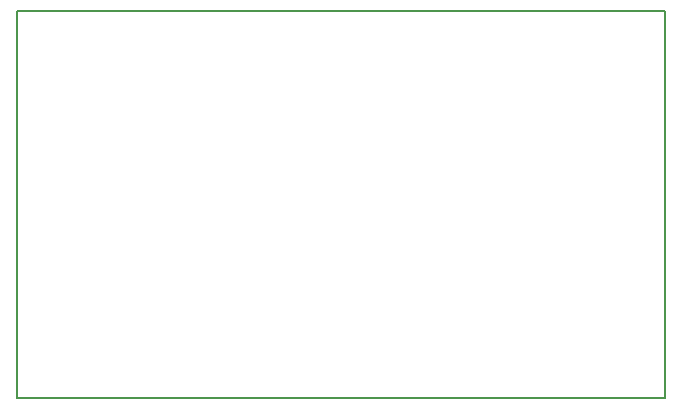
<source format=gm1>
G04 MADE WITH FRITZING*
G04 WWW.FRITZING.ORG*
G04 DOUBLE SIDED*
G04 HOLES PLATED*
G04 CONTOUR ON CENTER OF CONTOUR VECTOR*
%ASAXBY*%
%FSLAX23Y23*%
%MOIN*%
%OFA0B0*%
%SFA1.0B1.0*%
%ADD10R,2.165350X1.299210*%
%ADD11C,0.008000*%
%ADD10C,0.008*%
%LNCONTOUR*%
G90*
G70*
G54D10*
G54D11*
X4Y1295D02*
X2161Y1295D01*
X2161Y4D01*
X4Y4D01*
X4Y1295D01*
D02*
G04 End of contour*
M02*
</source>
